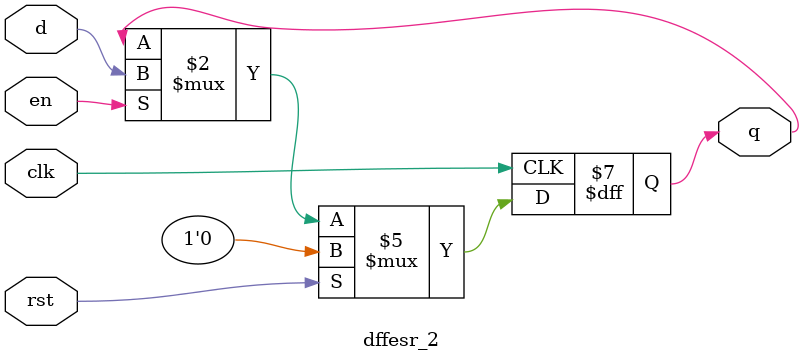
<source format=v>
module dffesr_2 (clk, d, en, rst, q);
   input clk, d, en, rst;
   output reg q;

   always @(posedge clk)
     begin
	if (rst)
	  q <= #1 0;
	else if (en)
	  q <= #1 d;
     end
endmodule

</source>
